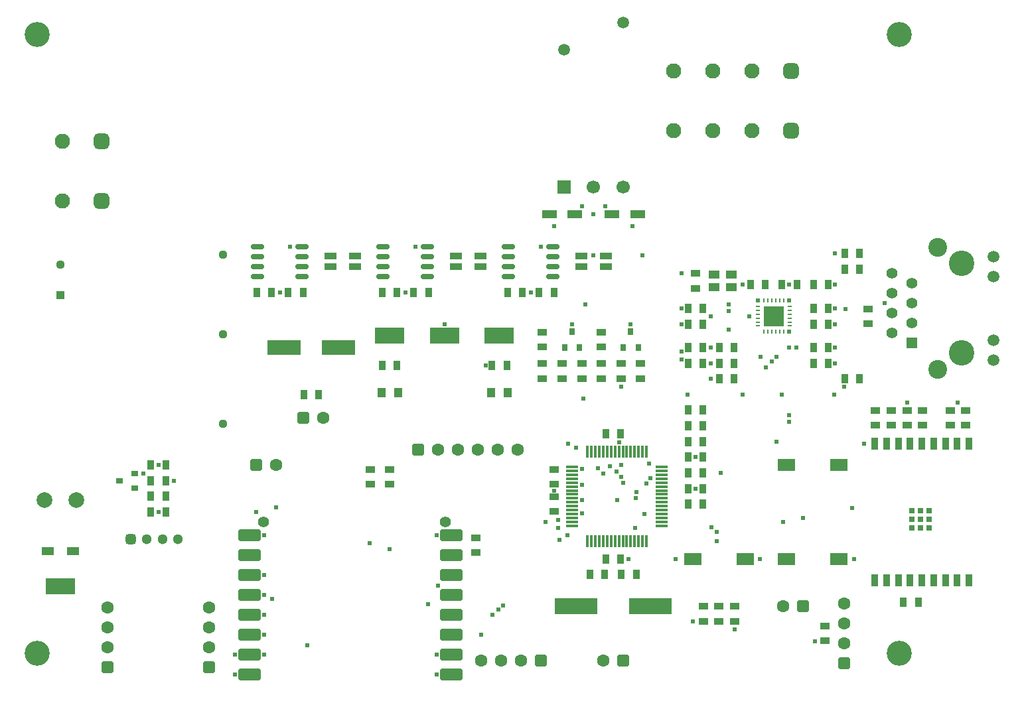
<source format=gbr>
%TF.GenerationSoftware,Altium Limited,Altium Designer,22.7.1 (60)*%
G04 Layer_Color=8388736*
%FSLAX43Y43*%
%MOMM*%
%TF.SameCoordinates,FE58890B-FB48-4B87-A9EE-914DEB8A6D29*%
%TF.FilePolarity,Negative*%
%TF.FileFunction,Soldermask,Top*%
%TF.Part,Single*%
G01*
G75*
%TA.AperFunction,SMDPad,CuDef*%
%ADD12R,1.500X0.300*%
%ADD13R,0.300X1.500*%
%TA.AperFunction,BGAPad,CuDef*%
%ADD14R,0.700X0.700*%
%TA.AperFunction,SMDPad,CuDef*%
%ADD15R,0.900X1.500*%
%ADD16R,1.300X0.900*%
%ADD17R,0.900X1.300*%
%ADD19R,2.300X1.500*%
%ADD20R,5.500X2.000*%
%ADD21R,0.900X0.800*%
%ADD22R,3.800X2.030*%
%ADD23R,1.100X1.300*%
%ADD24R,4.200X1.900*%
%ADD25R,0.800X0.900*%
%ADD26R,1.500X0.900*%
%ADD28R,0.254X0.610*%
%ADD29R,0.610X0.254*%
%ADD30R,2.591X2.591*%
%ADD31R,1.905X1.041*%
%ADD32R,1.400X1.000*%
%ADD33R,1.600X0.991*%
%TA.AperFunction,ComponentPad*%
%ADD40R,1.700X1.700*%
%ADD41C,1.700*%
%ADD42C,1.500*%
%ADD43R,1.408X1.408*%
%ADD44C,1.408*%
%ADD45C,3.250*%
%ADD46C,2.400*%
%ADD47C,1.508*%
%ADD48C,1.400*%
%ADD49C,1.600*%
G04:AMPARAMS|DCode=50|XSize=1.6mm|YSize=1.6mm|CornerRadius=0.4mm|HoleSize=0mm|Usage=FLASHONLY|Rotation=90.000|XOffset=0mm|YOffset=0mm|HoleType=Round|Shape=RoundedRectangle|*
%AMROUNDEDRECTD50*
21,1,1.600,0.800,0,0,90.0*
21,1,0.800,1.600,0,0,90.0*
1,1,0.800,0.400,0.400*
1,1,0.800,0.400,-0.400*
1,1,0.800,-0.400,-0.400*
1,1,0.800,-0.400,0.400*
%
%ADD50ROUNDEDRECTD50*%
G04:AMPARAMS|DCode=51|XSize=1.6mm|YSize=1.6mm|CornerRadius=0.4mm|HoleSize=0mm|Usage=FLASHONLY|Rotation=0.000|XOffset=0mm|YOffset=0mm|HoleType=Round|Shape=RoundedRectangle|*
%AMROUNDEDRECTD51*
21,1,1.600,0.800,0,0,0.0*
21,1,0.800,1.600,0,0,0.0*
1,1,0.800,0.400,-0.400*
1,1,0.800,-0.400,-0.400*
1,1,0.800,-0.400,0.400*
1,1,0.800,0.400,0.400*
%
%ADD51ROUNDEDRECTD51*%
%ADD52C,2.000*%
%ADD53C,1.950*%
G04:AMPARAMS|DCode=54|XSize=1.95mm|YSize=1.95mm|CornerRadius=0.488mm|HoleSize=0mm|Usage=FLASHONLY|Rotation=180.000|XOffset=0mm|YOffset=0mm|HoleType=Round|Shape=RoundedRectangle|*
%AMROUNDEDRECTD54*
21,1,1.950,0.975,0,0,180.0*
21,1,0.975,1.950,0,0,180.0*
1,1,0.975,-0.488,0.488*
1,1,0.975,0.488,0.488*
1,1,0.975,0.488,-0.488*
1,1,0.975,-0.488,-0.488*
%
%ADD54ROUNDEDRECTD54*%
%TA.AperFunction,ViaPad*%
%ADD55C,3.200*%
%TA.AperFunction,ComponentPad*%
%ADD56R,1.110X1.110*%
%ADD57C,1.110*%
%ADD58C,1.300*%
G04:AMPARAMS|DCode=59|XSize=1.3mm|YSize=1.3mm|CornerRadius=0.325mm|HoleSize=0mm|Usage=FLASHONLY|Rotation=180.000|XOffset=0mm|YOffset=0mm|HoleType=Round|Shape=RoundedRectangle|*
%AMROUNDEDRECTD59*
21,1,1.300,0.650,0,0,180.0*
21,1,0.650,1.300,0,0,180.0*
1,1,0.650,-0.325,0.325*
1,1,0.650,0.325,0.325*
1,1,0.650,0.325,-0.325*
1,1,0.650,-0.325,-0.325*
%
%ADD59ROUNDEDRECTD59*%
%TA.AperFunction,ViaPad*%
%ADD60C,0.610*%
%TA.AperFunction,ConnectorPad*%
G04:AMPARAMS|DCode=73|XSize=1.452mm|YSize=2.852mm|CornerRadius=0.206mm|HoleSize=0mm|Usage=FLASHONLY|Rotation=270.000|XOffset=0mm|YOffset=0mm|HoleType=Round|Shape=RoundedRectangle|*
%AMROUNDEDRECTD73*
21,1,1.452,2.440,0,0,270.0*
21,1,1.040,2.852,0,0,270.0*
1,1,0.412,-1.220,-0.520*
1,1,0.412,-1.220,0.520*
1,1,0.412,1.220,0.520*
1,1,0.412,1.220,-0.520*
%
%ADD73ROUNDEDRECTD73*%
%TA.AperFunction,SMDPad,CuDef*%
%ADD74O,1.752X0.752*%
D12*
X99700Y24750D02*
D03*
Y25250D02*
D03*
Y26250D02*
D03*
Y31750D02*
D03*
Y31250D02*
D03*
Y30750D02*
D03*
Y30250D02*
D03*
Y29750D02*
D03*
Y29250D02*
D03*
Y28750D02*
D03*
Y28250D02*
D03*
Y27750D02*
D03*
Y27250D02*
D03*
Y26750D02*
D03*
Y25750D02*
D03*
Y24250D02*
D03*
X88300D02*
D03*
Y24750D02*
D03*
Y25250D02*
D03*
Y25750D02*
D03*
Y26250D02*
D03*
Y26750D02*
D03*
Y27250D02*
D03*
Y27750D02*
D03*
Y28250D02*
D03*
Y28750D02*
D03*
Y29250D02*
D03*
Y30250D02*
D03*
Y30750D02*
D03*
Y31250D02*
D03*
Y31750D02*
D03*
Y29750D02*
D03*
D13*
X97750Y22300D02*
D03*
X97250D02*
D03*
X96750D02*
D03*
X96250D02*
D03*
X95750D02*
D03*
X95250D02*
D03*
X94750D02*
D03*
X94250D02*
D03*
X93750D02*
D03*
X93250D02*
D03*
X92750D02*
D03*
X92250D02*
D03*
X91750D02*
D03*
X91250D02*
D03*
X90750D02*
D03*
X90250D02*
D03*
Y33700D02*
D03*
X90750D02*
D03*
X93250D02*
D03*
X93750D02*
D03*
X94750D02*
D03*
X96750D02*
D03*
X97250D02*
D03*
X97750D02*
D03*
X96250D02*
D03*
X92250D02*
D03*
X91750D02*
D03*
X91250D02*
D03*
X92750D02*
D03*
X94250D02*
D03*
X95250D02*
D03*
X95750D02*
D03*
D14*
X131600Y23940D02*
D03*
Y25040D02*
D03*
Y26140D02*
D03*
X132700D02*
D03*
X133800D02*
D03*
Y25040D02*
D03*
Y23940D02*
D03*
X132700D02*
D03*
Y25040D02*
D03*
D15*
X138900Y17250D02*
D03*
X137400D02*
D03*
X135900D02*
D03*
X134400D02*
D03*
X132900D02*
D03*
X131400D02*
D03*
X129900D02*
D03*
X128400D02*
D03*
X126900D02*
D03*
Y34750D02*
D03*
X128400D02*
D03*
X129900D02*
D03*
X131400D02*
D03*
X132900D02*
D03*
X134400D02*
D03*
X135900D02*
D03*
X137400D02*
D03*
X138900D02*
D03*
D16*
X138500Y37050D02*
D03*
Y38950D02*
D03*
X131000Y37050D02*
D03*
Y38950D02*
D03*
X136500D02*
D03*
Y37050D02*
D03*
X127000Y38950D02*
D03*
Y37050D02*
D03*
X109000Y12050D02*
D03*
Y13950D02*
D03*
X107000Y13950D02*
D03*
Y12050D02*
D03*
X105000Y13950D02*
D03*
Y12050D02*
D03*
X84500Y48950D02*
D03*
Y47050D02*
D03*
X92000D02*
D03*
Y48950D02*
D03*
X87000Y44950D02*
D03*
Y43050D02*
D03*
X94500Y44950D02*
D03*
Y43050D02*
D03*
X84500D02*
D03*
Y44950D02*
D03*
X89500D02*
D03*
Y43050D02*
D03*
X97000D02*
D03*
Y44950D02*
D03*
X92000D02*
D03*
Y43050D02*
D03*
X62500Y29550D02*
D03*
Y31450D02*
D03*
X65000Y29550D02*
D03*
Y31450D02*
D03*
X129000Y37050D02*
D03*
Y38950D02*
D03*
X86000Y31450D02*
D03*
Y29550D02*
D03*
X120500Y9550D02*
D03*
Y11450D02*
D03*
X133000Y38950D02*
D03*
Y37050D02*
D03*
X104000Y56450D02*
D03*
Y54550D02*
D03*
X126000Y50050D02*
D03*
Y51950D02*
D03*
X86000Y27950D02*
D03*
Y26050D02*
D03*
X76017Y22719D02*
D03*
Y20819D02*
D03*
D17*
X49950Y54000D02*
D03*
X48050D02*
D03*
X36450Y30000D02*
D03*
X34550D02*
D03*
Y28000D02*
D03*
X36450D02*
D03*
X79950Y44750D02*
D03*
X78050D02*
D03*
X65950D02*
D03*
X64050D02*
D03*
X54050Y41000D02*
D03*
X55950D02*
D03*
X124950Y43000D02*
D03*
X123050D02*
D03*
X103050Y47000D02*
D03*
X104950D02*
D03*
X120950Y55000D02*
D03*
X119050D02*
D03*
X119050Y52000D02*
D03*
X120950D02*
D03*
Y50000D02*
D03*
X119050D02*
D03*
X108950Y43000D02*
D03*
X107050D02*
D03*
X119050Y47000D02*
D03*
X120950D02*
D03*
X103050Y39000D02*
D03*
X104950D02*
D03*
X120950Y45000D02*
D03*
X119050D02*
D03*
X104950Y52000D02*
D03*
X103050D02*
D03*
X108950Y47000D02*
D03*
X107050D02*
D03*
Y45000D02*
D03*
X108950D02*
D03*
X103050Y37000D02*
D03*
X104950D02*
D03*
X103050Y45000D02*
D03*
X104950D02*
D03*
X103050Y50000D02*
D03*
X104950D02*
D03*
Y35000D02*
D03*
X103050D02*
D03*
X123050Y59000D02*
D03*
X124950D02*
D03*
X103050Y33000D02*
D03*
X104950D02*
D03*
X115050Y55000D02*
D03*
X116950D02*
D03*
X123050Y57000D02*
D03*
X124950D02*
D03*
X112950Y55000D02*
D03*
X111050D02*
D03*
X104950Y31000D02*
D03*
X103050D02*
D03*
X130550Y14500D02*
D03*
X132450D02*
D03*
X36450Y32000D02*
D03*
X34550D02*
D03*
X84050Y54000D02*
D03*
X85950D02*
D03*
X69950D02*
D03*
X68050D02*
D03*
X52050D02*
D03*
X53950D02*
D03*
X92550Y36000D02*
D03*
X94450D02*
D03*
X64050Y54000D02*
D03*
X65950D02*
D03*
X80050D02*
D03*
X81950D02*
D03*
X94550Y18000D02*
D03*
X96450D02*
D03*
X90550D02*
D03*
X92450D02*
D03*
X103050Y27000D02*
D03*
X104950D02*
D03*
X94450Y20000D02*
D03*
X92550D02*
D03*
X104950Y29000D02*
D03*
X103050D02*
D03*
X36450Y26000D02*
D03*
X34550D02*
D03*
D19*
X115650Y32000D02*
D03*
X122350D02*
D03*
Y20000D02*
D03*
X115650D02*
D03*
X103650D02*
D03*
X110350D02*
D03*
D20*
X88750Y14000D02*
D03*
X98250D02*
D03*
D21*
X32500Y29050D02*
D03*
Y30950D02*
D03*
X30500Y30000D02*
D03*
D22*
X79000Y48500D02*
D03*
X72000D02*
D03*
X65000D02*
D03*
X23000Y16500D02*
D03*
D23*
X80050Y41250D02*
D03*
X77950D02*
D03*
X63950D02*
D03*
X66050D02*
D03*
D24*
X51500Y47000D02*
D03*
X58500D02*
D03*
D25*
X95750Y49000D02*
D03*
X96700Y47000D02*
D03*
X94800D02*
D03*
X87300D02*
D03*
X89200D02*
D03*
X88250Y49000D02*
D03*
D26*
X92550Y58700D02*
D03*
Y57300D02*
D03*
X89450Y58700D02*
D03*
Y57300D02*
D03*
X57450D02*
D03*
Y58700D02*
D03*
X60550Y57300D02*
D03*
Y58700D02*
D03*
X76550D02*
D03*
Y57300D02*
D03*
X73450Y58700D02*
D03*
Y57300D02*
D03*
D28*
X114250Y53007D02*
D03*
X114750D02*
D03*
X113750D02*
D03*
X115250D02*
D03*
X113250D02*
D03*
X112750D02*
D03*
Y48993D02*
D03*
X113250D02*
D03*
X113750D02*
D03*
X114250D02*
D03*
X114750D02*
D03*
X115250D02*
D03*
D29*
X111993Y51250D02*
D03*
X116007Y49750D02*
D03*
Y50250D02*
D03*
Y50750D02*
D03*
Y51250D02*
D03*
Y52250D02*
D03*
Y51750D02*
D03*
X111993Y52250D02*
D03*
Y50750D02*
D03*
Y50250D02*
D03*
Y49750D02*
D03*
Y51750D02*
D03*
D30*
X114000Y51000D02*
D03*
D31*
X96631Y64000D02*
D03*
X93369D02*
D03*
X85369D02*
D03*
X88631D02*
D03*
D32*
X106400Y56300D02*
D03*
X108600D02*
D03*
Y54700D02*
D03*
X106400D02*
D03*
D33*
X21420Y21000D02*
D03*
X24580D02*
D03*
D40*
X87250Y67500D02*
D03*
D41*
X91000D02*
D03*
X94750D02*
D03*
D42*
Y88500D02*
D03*
X87250Y85000D02*
D03*
D43*
X131650Y47555D02*
D03*
D44*
X129110Y48825D02*
D03*
X131650Y50095D02*
D03*
X129110Y51365D02*
D03*
X131650Y52635D02*
D03*
X129110Y53905D02*
D03*
X131650Y55175D02*
D03*
X129110Y56445D02*
D03*
D45*
X138000Y46285D02*
D03*
Y57715D02*
D03*
D46*
X134950Y59815D02*
D03*
Y44185D02*
D03*
D47*
X142060Y45370D02*
D03*
Y58630D02*
D03*
Y47910D02*
D03*
Y56090D02*
D03*
D48*
X72094Y24703D02*
D03*
X48894D02*
D03*
D49*
X123000Y9230D02*
D03*
Y11770D02*
D03*
Y14310D02*
D03*
X56540Y38000D02*
D03*
X50520Y32000D02*
D03*
X42000Y8730D02*
D03*
Y11270D02*
D03*
Y13810D02*
D03*
X115230Y14000D02*
D03*
X76270Y34000D02*
D03*
X71190D02*
D03*
X73730D02*
D03*
X78810D02*
D03*
X81350D02*
D03*
X29000Y8730D02*
D03*
Y11270D02*
D03*
Y13810D02*
D03*
X92230Y7000D02*
D03*
X81770D02*
D03*
X79230D02*
D03*
X76690D02*
D03*
D50*
X123000Y6690D02*
D03*
X42000Y6190D02*
D03*
X29000D02*
D03*
D51*
X54000Y38000D02*
D03*
X47980Y32000D02*
D03*
X117770Y14000D02*
D03*
X68650Y34000D02*
D03*
X94770Y7000D02*
D03*
X84310D02*
D03*
D52*
X25000Y27500D02*
D03*
X21000D02*
D03*
D53*
X106230Y74680D02*
D03*
X111230Y82300D02*
D03*
Y74680D02*
D03*
X106230Y82300D02*
D03*
X101230D02*
D03*
Y74680D02*
D03*
X23230Y73300D02*
D03*
Y65680D02*
D03*
D54*
X116230Y82300D02*
D03*
Y74680D02*
D03*
X28230Y73300D02*
D03*
Y65680D02*
D03*
D55*
X130000Y87000D02*
D03*
X20000D02*
D03*
X130000Y8000D02*
D03*
X20000D02*
D03*
D56*
X23000Y53670D02*
D03*
D57*
Y57570D02*
D03*
X43760Y58860D02*
D03*
Y48700D02*
D03*
Y37270D02*
D03*
D58*
X38000Y22500D02*
D03*
X36000D02*
D03*
X34000D02*
D03*
D59*
X32000D02*
D03*
D60*
X121800Y45000D02*
D03*
X98236Y30304D02*
D03*
X97736Y29654D02*
D03*
X106015Y24067D02*
D03*
X94267Y34887D02*
D03*
X78115Y12919D02*
D03*
X78847Y13556D02*
D03*
X79476Y14055D02*
D03*
X50012Y14890D02*
D03*
X50491Y26619D02*
D03*
X87639Y23025D02*
D03*
X86647Y22424D02*
D03*
X89527Y25854D02*
D03*
X89500Y27500D02*
D03*
X98117Y32193D02*
D03*
X96388Y27762D02*
D03*
X96467Y28524D02*
D03*
X91595Y31565D02*
D03*
X93059Y31835D02*
D03*
X93942Y31201D02*
D03*
X94827Y29759D02*
D03*
X113776Y45186D02*
D03*
X114366Y45843D02*
D03*
X113034Y44444D02*
D03*
X112320Y45770D02*
D03*
X108234Y52462D02*
D03*
Y51652D02*
D03*
X48000Y26000D02*
D03*
X117771Y25220D02*
D03*
X77250Y44750D02*
D03*
X94500Y32000D02*
D03*
Y30500D02*
D03*
X72000Y50000D02*
D03*
X33600Y30950D02*
D03*
X35500Y32000D02*
D03*
Y26000D02*
D03*
X106000Y47000D02*
D03*
Y45000D02*
D03*
X110869Y50997D02*
D03*
X106000Y51000D02*
D03*
X102250Y50000D02*
D03*
X102250Y52000D02*
D03*
X108250Y49250D02*
D03*
X106000Y43000D02*
D03*
X112000Y53000D02*
D03*
X116000Y49000D02*
D03*
Y53000D02*
D03*
X121800Y52000D02*
D03*
Y50000D02*
D03*
Y47000D02*
D03*
X121750Y41000D02*
D03*
X121800Y55000D02*
D03*
X115000Y41000D02*
D03*
X116000Y47000D02*
D03*
X116850D02*
D03*
X106750Y23500D02*
D03*
X110000Y55000D02*
D03*
X107250Y31000D02*
D03*
X103000Y41000D02*
D03*
X102250Y56500D02*
D03*
X110000Y41000D02*
D03*
X102250Y45500D02*
D03*
Y46500D02*
D03*
X104000Y29000D02*
D03*
Y33000D02*
D03*
X121800Y59000D02*
D03*
X51000Y54000D02*
D03*
X52257Y59905D02*
D03*
X68257D02*
D03*
X67000Y54000D02*
D03*
X84257Y59905D02*
D03*
X83000Y54000D02*
D03*
X106750Y22300D02*
D03*
X109000Y11000D02*
D03*
X116000Y55000D02*
D03*
X90000Y52500D02*
D03*
X88800Y34200D02*
D03*
X89500Y31500D02*
D03*
Y29500D02*
D03*
X49000Y17972D02*
D03*
Y15432D02*
D03*
Y12892D02*
D03*
Y7812D02*
D03*
X76690Y10352D02*
D03*
X49000Y23052D02*
D03*
X86000Y28750D02*
D03*
X124250Y20000D02*
D03*
X37500Y30000D02*
D03*
X113250Y50236D02*
D03*
X114000Y51000D02*
D03*
X91000Y58750D02*
D03*
X113250Y51750D02*
D03*
X114750Y51742D02*
D03*
Y50273D02*
D03*
X95500Y20000D02*
D03*
X123175Y51950D02*
D03*
X86500Y25000D02*
D03*
Y24000D02*
D03*
X101500Y20000D02*
D03*
X103650Y12050D02*
D03*
X97500Y25750D02*
D03*
X96355Y24000D02*
D03*
X54500Y9000D02*
D03*
X92262Y30934D02*
D03*
X94000Y27500D02*
D03*
X49000Y10352D02*
D03*
X71000Y7812D02*
D03*
Y5272D02*
D03*
Y23005D02*
D03*
X87750Y34750D02*
D03*
X119250Y9500D02*
D03*
X112250Y20000D02*
D03*
X89750Y40500D02*
D03*
X115179Y24719D02*
D03*
X114381Y34966D02*
D03*
X116000Y38347D02*
D03*
Y37500D02*
D03*
X65000Y21250D02*
D03*
X45239Y7813D02*
D03*
X94500Y42000D02*
D03*
X91000Y64000D02*
D03*
X124000Y26500D02*
D03*
X95750Y50000D02*
D03*
X137500Y40000D02*
D03*
X97250Y58750D02*
D03*
X131000Y40000D02*
D03*
X92500Y65000D02*
D03*
X96000Y62500D02*
D03*
X128132Y52635D02*
D03*
X89500Y65000D02*
D03*
X123025Y42000D02*
D03*
X45250Y5250D02*
D03*
X125500Y34750D02*
D03*
X84887Y24756D02*
D03*
X71190Y16600D02*
D03*
X69900Y14250D02*
D03*
X62432Y22000D02*
D03*
X86000Y62500D02*
D03*
X88250Y50000D02*
D03*
D73*
X47120Y23052D02*
D03*
Y20512D02*
D03*
Y17972D02*
D03*
Y15432D02*
D03*
Y12892D02*
D03*
Y10352D02*
D03*
Y7812D02*
D03*
Y5272D02*
D03*
X72880Y23052D02*
D03*
Y7812D02*
D03*
Y12892D02*
D03*
Y17972D02*
D03*
Y5272D02*
D03*
Y15432D02*
D03*
Y10352D02*
D03*
Y20512D02*
D03*
D74*
X53825Y56095D02*
D03*
Y57365D02*
D03*
Y58635D02*
D03*
Y59905D02*
D03*
X48175D02*
D03*
Y58635D02*
D03*
Y57365D02*
D03*
Y56095D02*
D03*
X69825D02*
D03*
Y57365D02*
D03*
Y58635D02*
D03*
Y59905D02*
D03*
X64175D02*
D03*
Y58635D02*
D03*
Y57365D02*
D03*
Y56095D02*
D03*
X85825Y56095D02*
D03*
Y57365D02*
D03*
Y58635D02*
D03*
Y59905D02*
D03*
X80175Y56095D02*
D03*
Y58635D02*
D03*
Y59905D02*
D03*
Y57365D02*
D03*
%TF.MD5,6b13c22e2f6058ab1fb2005d4717fc42*%
M02*

</source>
